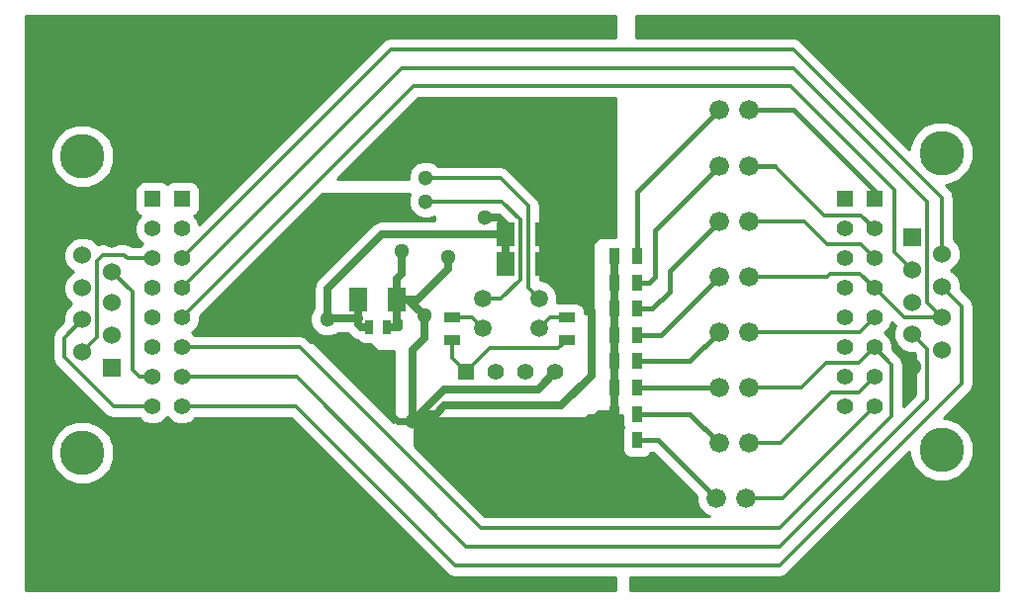
<source format=gtl>
G04 (created by PCBNEW (2013-jul-07)-stable) date śro, 10 cze 2015, 22:30:10*
%MOIN*%
G04 Gerber Fmt 3.4, Leading zero omitted, Abs format*
%FSLAX34Y34*%
G01*
G70*
G90*
G04 APERTURE LIST*
%ADD10C,0.00590551*%
%ADD11C,0.15*%
%ADD12R,0.06X0.06*%
%ADD13C,0.06*%
%ADD14R,0.06X0.08*%
%ADD15R,0.035X0.055*%
%ADD16R,0.055X0.035*%
%ADD17R,0.025X0.045*%
%ADD18C,0.066*%
%ADD19R,0.055X0.055*%
%ADD20C,0.055*%
%ADD21C,0.0590551*%
%ADD22R,0.0590551X0.0590551*%
%ADD23C,0.0511811*%
%ADD24C,0.014*%
%ADD25C,0.018*%
%ADD26C,0.024*%
%ADD27C,0.028*%
%ADD28C,0.01*%
G04 APERTURE END LIST*
G54D10*
G54D11*
X49106Y-43435D03*
X49106Y-33435D03*
G54D12*
X50106Y-40585D03*
G54D13*
X50106Y-39485D03*
X50106Y-38385D03*
X50106Y-37335D03*
X50106Y-36235D03*
X49106Y-36785D03*
X49106Y-37885D03*
X49106Y-38935D03*
X49106Y-40035D03*
G54D11*
X78059Y-33335D03*
X78059Y-43335D03*
G54D12*
X77059Y-36185D03*
G54D13*
X77059Y-37285D03*
X77059Y-38385D03*
X77059Y-39435D03*
X77059Y-40535D03*
X78059Y-39985D03*
X78059Y-38885D03*
X78059Y-37835D03*
X78059Y-36735D03*
G54D14*
X63365Y-36062D03*
X64665Y-36062D03*
X58405Y-38267D03*
X59705Y-38267D03*
G54D15*
X67796Y-41240D03*
X67046Y-41240D03*
X67796Y-36811D03*
X67046Y-36811D03*
X67796Y-40354D03*
X67046Y-40354D03*
X67796Y-43011D03*
X67046Y-43011D03*
X67796Y-39468D03*
X67046Y-39468D03*
X67796Y-42125D03*
X67046Y-42125D03*
X67796Y-38582D03*
X67046Y-38582D03*
X67796Y-37696D03*
X67046Y-37696D03*
G54D16*
X61574Y-39626D03*
X61574Y-38876D03*
X65433Y-39626D03*
X65433Y-38876D03*
G54D17*
X59355Y-39212D03*
X58755Y-39212D03*
G54D18*
X70562Y-41240D03*
X71562Y-41240D03*
X70562Y-39370D03*
X71562Y-39370D03*
X70464Y-44980D03*
X71464Y-44980D03*
X70562Y-37500D03*
X71562Y-37500D03*
X70562Y-43110D03*
X71562Y-43110D03*
X70562Y-35629D03*
X71562Y-35629D03*
X70562Y-33759D03*
X71562Y-33759D03*
X70562Y-31889D03*
X71562Y-31889D03*
G54D19*
X74803Y-34885D03*
G54D20*
X74803Y-35885D03*
X74803Y-36885D03*
X74803Y-37885D03*
X74803Y-38885D03*
X74803Y-39885D03*
X74803Y-40885D03*
X74803Y-41885D03*
G54D19*
X51476Y-34885D03*
G54D20*
X51476Y-35885D03*
X51476Y-36885D03*
X51476Y-37885D03*
X51476Y-38885D03*
X51476Y-39885D03*
X51476Y-40885D03*
X51476Y-41885D03*
G54D19*
X75787Y-34885D03*
G54D20*
X75787Y-35885D03*
X75787Y-36885D03*
X75787Y-37885D03*
X75787Y-38885D03*
X75787Y-39885D03*
X75787Y-40885D03*
X75787Y-41885D03*
G54D19*
X62043Y-40708D03*
G54D20*
X63043Y-40708D03*
X64043Y-40708D03*
X65043Y-40708D03*
G54D19*
X52460Y-34885D03*
G54D20*
X52460Y-35885D03*
X52460Y-36885D03*
X52460Y-37885D03*
X52460Y-38885D03*
X52460Y-39885D03*
X52460Y-40885D03*
X52460Y-41885D03*
G54D14*
X63365Y-37086D03*
X64665Y-37086D03*
G54D21*
X64488Y-39240D03*
X64488Y-38240D03*
X62598Y-39240D03*
X62598Y-38240D03*
G54D22*
X52755Y-32874D03*
X52165Y-43897D03*
X58070Y-29330D03*
X47834Y-36811D03*
X75984Y-45472D03*
X75196Y-30708D03*
G54D23*
X60669Y-34173D03*
X60669Y-34960D03*
X54173Y-39173D03*
X64881Y-35196D03*
X66771Y-34251D03*
X60236Y-42362D03*
X60629Y-38818D03*
X59881Y-36653D03*
X61417Y-36850D03*
X62677Y-35511D03*
X57362Y-38937D03*
G54D24*
X52460Y-37885D02*
X52468Y-37885D01*
X52468Y-37885D02*
X59881Y-30472D01*
X77559Y-35354D02*
X77559Y-38385D01*
X78059Y-38885D02*
X77559Y-38385D01*
X77559Y-34960D02*
X77559Y-35354D01*
X73070Y-30472D02*
X77559Y-34960D01*
X73070Y-30472D02*
X59881Y-30472D01*
X75787Y-37885D02*
X76787Y-38885D01*
X76787Y-38885D02*
X78059Y-38885D01*
X71562Y-37500D02*
X74212Y-37500D01*
X75303Y-37401D02*
X75787Y-37885D01*
X74311Y-37401D02*
X75303Y-37401D01*
X74212Y-37500D02*
X74311Y-37401D01*
G54D25*
X71562Y-33759D02*
X72440Y-33759D01*
G54D24*
X75334Y-35433D02*
X75787Y-35885D01*
X74114Y-35433D02*
X75334Y-35433D01*
X72440Y-33759D02*
X74114Y-35433D01*
X52460Y-36885D02*
X52460Y-36870D01*
X78059Y-34830D02*
X78059Y-36735D01*
X73070Y-29842D02*
X78059Y-34830D01*
X73070Y-29842D02*
X59488Y-29842D01*
X52460Y-36870D02*
X59488Y-29842D01*
X52444Y-36885D02*
X52460Y-36885D01*
X71562Y-35629D02*
X73425Y-35629D01*
X75318Y-36417D02*
X75787Y-36885D01*
X74212Y-36417D02*
X75318Y-36417D01*
X73425Y-35629D02*
X74212Y-36417D01*
X51476Y-36885D02*
X50625Y-36885D01*
X49606Y-39535D02*
X49106Y-40035D01*
X49606Y-36968D02*
X49606Y-39535D01*
X49803Y-36771D02*
X49606Y-36968D01*
X50511Y-36771D02*
X49803Y-36771D01*
X50625Y-36885D02*
X50511Y-36771D01*
X72598Y-46614D02*
X77559Y-41653D01*
X56318Y-40885D02*
X62047Y-46614D01*
X62047Y-46614D02*
X72598Y-46614D01*
X77559Y-41653D02*
X77559Y-39935D01*
X77059Y-39435D02*
X77559Y-39935D01*
X56318Y-40885D02*
X52460Y-40885D01*
X71562Y-43110D02*
X72637Y-43110D01*
X75255Y-41417D02*
X75787Y-40885D01*
X74330Y-41417D02*
X75255Y-41417D01*
X72637Y-43110D02*
X74330Y-41417D01*
X51476Y-40885D02*
X51043Y-40885D01*
X50787Y-38016D02*
X50106Y-37335D01*
X50787Y-40629D02*
X50787Y-38016D01*
X51043Y-40885D02*
X50787Y-40629D01*
G54D25*
X71562Y-31889D02*
X73070Y-31889D01*
X75787Y-34606D02*
X75787Y-34885D01*
X73070Y-31889D02*
X75787Y-34606D01*
G54D24*
X52460Y-41885D02*
X56295Y-41885D01*
X78740Y-38516D02*
X78059Y-37835D01*
X78740Y-41102D02*
X78740Y-38516D01*
X72598Y-47244D02*
X78740Y-41102D01*
X61653Y-47244D02*
X72598Y-47244D01*
X56295Y-41885D02*
X61653Y-47244D01*
X71464Y-44980D02*
X72692Y-44980D01*
X72692Y-44980D02*
X75787Y-41885D01*
X49106Y-38935D02*
X48484Y-39557D01*
X50153Y-41885D02*
X51476Y-41885D01*
X48484Y-40216D02*
X50153Y-41885D01*
X48484Y-39557D02*
X48484Y-40216D01*
X60669Y-34173D02*
X63188Y-34173D01*
X64133Y-37885D02*
X64488Y-38240D01*
X64133Y-35118D02*
X64133Y-37885D01*
X63188Y-34173D02*
X64133Y-35118D01*
X52460Y-38885D02*
X52460Y-38877D01*
X76456Y-34566D02*
X76456Y-36683D01*
X73346Y-31456D02*
X76456Y-34566D01*
X76456Y-36683D02*
X77059Y-37285D01*
X72952Y-31062D02*
X73346Y-31456D01*
X72952Y-31062D02*
X60275Y-31062D01*
X52460Y-38877D02*
X60275Y-31062D01*
X52452Y-38885D02*
X52460Y-38885D01*
X71562Y-39370D02*
X75303Y-39370D01*
X75303Y-39370D02*
X75787Y-38885D01*
X60669Y-34960D02*
X63228Y-34960D01*
X63216Y-38240D02*
X62598Y-38240D01*
X63858Y-37598D02*
X63216Y-38240D01*
X63858Y-35590D02*
X63858Y-37598D01*
X63228Y-34960D02*
X63858Y-35590D01*
X62519Y-45984D02*
X72598Y-45984D01*
X56421Y-39885D02*
X62519Y-45984D01*
X72598Y-45984D02*
X76377Y-42204D01*
X76377Y-42204D02*
X76377Y-40476D01*
X75787Y-39885D02*
X76377Y-40476D01*
X56421Y-39885D02*
X52460Y-39885D01*
X71562Y-41240D02*
X73326Y-41240D01*
X75279Y-40393D02*
X75787Y-39885D01*
X74173Y-40393D02*
X75279Y-40393D01*
X73326Y-41240D02*
X74173Y-40393D01*
G54D26*
X60236Y-42362D02*
X59724Y-42362D01*
X56535Y-39173D02*
X54173Y-39173D01*
X59724Y-42362D02*
X56535Y-39173D01*
G54D27*
X64665Y-37086D02*
X66259Y-38680D01*
X60472Y-42125D02*
X60236Y-42362D01*
X61023Y-42125D02*
X60472Y-42125D01*
X61299Y-41850D02*
X61023Y-42125D01*
X65236Y-41850D02*
X61299Y-41850D01*
X66259Y-40826D02*
X65236Y-41850D01*
X66259Y-38680D02*
X66259Y-40826D01*
X64665Y-36062D02*
X64665Y-37086D01*
X65043Y-40708D02*
X64452Y-41299D01*
X64452Y-41299D02*
X61299Y-41299D01*
X61299Y-41299D02*
X60236Y-42362D01*
X60551Y-42362D02*
X60236Y-42362D01*
X60236Y-42362D02*
X60236Y-39960D01*
X60236Y-39960D02*
X60629Y-39566D01*
X60629Y-39566D02*
X60629Y-38818D01*
X65043Y-42362D02*
X65078Y-42362D01*
X60236Y-42362D02*
X65078Y-42362D01*
X65078Y-42362D02*
X66299Y-42362D01*
X66535Y-42125D02*
X67046Y-42125D01*
X66299Y-42362D02*
X66535Y-42125D01*
X67046Y-40354D02*
X67046Y-41240D01*
X67046Y-41240D02*
X67046Y-42125D01*
X67046Y-42125D02*
X67046Y-43011D01*
X67046Y-39468D02*
X67046Y-40354D01*
X67046Y-38582D02*
X67046Y-39468D01*
X67046Y-37696D02*
X67046Y-38582D01*
X67046Y-36811D02*
X67046Y-37696D01*
X64665Y-36062D02*
X64665Y-35412D01*
X64665Y-35412D02*
X64881Y-35196D01*
X64960Y-36062D02*
X64665Y-36062D01*
X66771Y-34251D02*
X64960Y-36062D01*
X59705Y-37578D02*
X59705Y-38267D01*
X59881Y-37401D02*
X59705Y-37578D01*
X59881Y-36653D02*
X59881Y-37401D01*
X60078Y-38267D02*
X60629Y-38818D01*
X60078Y-38267D02*
X60393Y-38267D01*
X59705Y-38267D02*
X60078Y-38267D01*
X60393Y-38267D02*
X61417Y-37244D01*
X61417Y-37244D02*
X61417Y-36850D01*
X59355Y-39212D02*
X59763Y-39212D01*
X59705Y-38996D02*
X59705Y-38267D01*
X59763Y-39212D02*
X59763Y-39055D01*
X59763Y-39055D02*
X59705Y-38996D01*
G54D24*
X65433Y-38876D02*
X64851Y-38876D01*
X64851Y-38876D02*
X64488Y-39240D01*
X61574Y-38876D02*
X62235Y-38876D01*
X62235Y-38876D02*
X62598Y-39240D01*
G54D25*
X67796Y-43011D02*
X68496Y-43011D01*
X68496Y-43011D02*
X70464Y-44980D01*
X70562Y-39370D02*
X69578Y-40354D01*
X69578Y-40354D02*
X67796Y-40354D01*
X70562Y-41240D02*
X67796Y-41240D01*
X70562Y-37500D02*
X70562Y-37507D01*
X68602Y-39468D02*
X67796Y-39468D01*
X70562Y-37507D02*
X68602Y-39468D01*
X70562Y-31889D02*
X67796Y-34656D01*
X67796Y-34656D02*
X67796Y-36811D01*
X70562Y-33759D02*
X70562Y-33767D01*
X68208Y-37696D02*
X67796Y-37696D01*
X68405Y-37500D02*
X68208Y-37696D01*
X68405Y-35925D02*
X68405Y-37500D01*
X70562Y-33767D02*
X68405Y-35925D01*
X70562Y-35629D02*
X70562Y-35637D01*
X68307Y-38582D02*
X67796Y-38582D01*
X68897Y-37992D02*
X68307Y-38582D01*
X68897Y-37303D02*
X68897Y-37992D01*
X70562Y-35637D02*
X68897Y-37303D01*
X67796Y-42125D02*
X69578Y-42125D01*
X69578Y-42125D02*
X70562Y-43110D01*
G54D27*
X63365Y-37086D02*
X63365Y-36062D01*
G54D24*
X65433Y-39626D02*
X65138Y-39921D01*
X62830Y-39921D02*
X62043Y-40708D01*
X65138Y-39921D02*
X62830Y-39921D01*
X61574Y-39626D02*
X61574Y-40240D01*
X61574Y-40240D02*
X62043Y-40708D01*
G54D27*
X62677Y-35511D02*
X63149Y-35511D01*
X63149Y-35511D02*
X63365Y-35727D01*
X63365Y-36062D02*
X63365Y-35727D01*
X57362Y-38937D02*
X57362Y-37913D01*
X59212Y-36062D02*
X63365Y-36062D01*
X57362Y-37913D02*
X59212Y-36062D01*
X58405Y-38877D02*
X58405Y-39113D01*
X58503Y-39212D02*
X58755Y-39212D01*
X58405Y-39113D02*
X58503Y-39212D01*
X58405Y-38267D02*
X58405Y-38877D01*
X58425Y-38897D02*
X58405Y-38877D01*
X57401Y-38897D02*
X58425Y-38897D01*
X57401Y-38897D02*
X57362Y-38937D01*
G54D10*
G36*
X67075Y-48070D02*
X50182Y-48070D01*
X50182Y-43222D01*
X50018Y-42827D01*
X49716Y-42524D01*
X49321Y-42360D01*
X48893Y-42360D01*
X48497Y-42523D01*
X48194Y-42825D01*
X48030Y-43220D01*
X48030Y-43648D01*
X48193Y-44044D01*
X48496Y-44347D01*
X48891Y-44511D01*
X49319Y-44511D01*
X49714Y-44348D01*
X50017Y-44045D01*
X50181Y-43650D01*
X50182Y-43222D01*
X50182Y-48070D01*
X47205Y-48070D01*
X47205Y-28701D01*
X67075Y-28701D01*
X67075Y-29446D01*
X59488Y-29446D01*
X59336Y-29477D01*
X59208Y-29562D01*
X53044Y-35726D01*
X52970Y-35546D01*
X52878Y-35454D01*
X52919Y-35437D01*
X53011Y-35345D01*
X53061Y-35225D01*
X53061Y-35096D01*
X53061Y-34546D01*
X53011Y-34426D01*
X52920Y-34334D01*
X52800Y-34285D01*
X52671Y-34285D01*
X52121Y-34285D01*
X52001Y-34334D01*
X51968Y-34367D01*
X51936Y-34334D01*
X51816Y-34285D01*
X51686Y-34285D01*
X51136Y-34285D01*
X51017Y-34334D01*
X50925Y-34426D01*
X50875Y-34545D01*
X50875Y-34675D01*
X50875Y-35225D01*
X50925Y-35345D01*
X51016Y-35436D01*
X51058Y-35454D01*
X50967Y-35545D01*
X50875Y-35765D01*
X50875Y-36004D01*
X50966Y-36225D01*
X51127Y-36385D01*
X51022Y-36490D01*
X50789Y-36490D01*
X50663Y-36406D01*
X50511Y-36376D01*
X50182Y-36376D01*
X50182Y-33222D01*
X50018Y-32827D01*
X49716Y-32524D01*
X49321Y-32360D01*
X48893Y-32360D01*
X48497Y-32523D01*
X48194Y-32825D01*
X48030Y-33220D01*
X48030Y-33648D01*
X48193Y-34044D01*
X48496Y-34347D01*
X48891Y-34511D01*
X49319Y-34511D01*
X49714Y-34348D01*
X50017Y-34045D01*
X50181Y-33650D01*
X50182Y-33222D01*
X50182Y-36376D01*
X49803Y-36376D01*
X49803Y-36376D01*
X49773Y-36382D01*
X49651Y-36406D01*
X49627Y-36422D01*
X49461Y-36255D01*
X49231Y-36160D01*
X48982Y-36160D01*
X48752Y-36255D01*
X48576Y-36430D01*
X48480Y-36660D01*
X48480Y-36909D01*
X48575Y-37139D01*
X48751Y-37315D01*
X48799Y-37335D01*
X48752Y-37355D01*
X48576Y-37530D01*
X48480Y-37760D01*
X48480Y-38009D01*
X48575Y-38239D01*
X48746Y-38410D01*
X48576Y-38580D01*
X48480Y-38810D01*
X48480Y-39002D01*
X48204Y-39278D01*
X48118Y-39406D01*
X48088Y-39557D01*
X48088Y-40216D01*
X48118Y-40367D01*
X48204Y-40496D01*
X49873Y-42165D01*
X50002Y-42251D01*
X50002Y-42251D01*
X50153Y-42281D01*
X51022Y-42281D01*
X51135Y-42394D01*
X51356Y-42486D01*
X51595Y-42486D01*
X51816Y-42395D01*
X51968Y-42243D01*
X52119Y-42394D01*
X52340Y-42486D01*
X52579Y-42486D01*
X52800Y-42395D01*
X52914Y-42281D01*
X56131Y-42281D01*
X61373Y-47523D01*
X61373Y-47523D01*
X61502Y-47609D01*
X61502Y-47609D01*
X61653Y-47639D01*
X67075Y-47639D01*
X67075Y-48070D01*
X67075Y-48070D01*
G37*
G54D28*
X67075Y-48070D02*
X50182Y-48070D01*
X50182Y-43222D01*
X50018Y-42827D01*
X49716Y-42524D01*
X49321Y-42360D01*
X48893Y-42360D01*
X48497Y-42523D01*
X48194Y-42825D01*
X48030Y-43220D01*
X48030Y-43648D01*
X48193Y-44044D01*
X48496Y-44347D01*
X48891Y-44511D01*
X49319Y-44511D01*
X49714Y-44348D01*
X50017Y-44045D01*
X50181Y-43650D01*
X50182Y-43222D01*
X50182Y-48070D01*
X47205Y-48070D01*
X47205Y-28701D01*
X67075Y-28701D01*
X67075Y-29446D01*
X59488Y-29446D01*
X59336Y-29477D01*
X59208Y-29562D01*
X53044Y-35726D01*
X52970Y-35546D01*
X52878Y-35454D01*
X52919Y-35437D01*
X53011Y-35345D01*
X53061Y-35225D01*
X53061Y-35096D01*
X53061Y-34546D01*
X53011Y-34426D01*
X52920Y-34334D01*
X52800Y-34285D01*
X52671Y-34285D01*
X52121Y-34285D01*
X52001Y-34334D01*
X51968Y-34367D01*
X51936Y-34334D01*
X51816Y-34285D01*
X51686Y-34285D01*
X51136Y-34285D01*
X51017Y-34334D01*
X50925Y-34426D01*
X50875Y-34545D01*
X50875Y-34675D01*
X50875Y-35225D01*
X50925Y-35345D01*
X51016Y-35436D01*
X51058Y-35454D01*
X50967Y-35545D01*
X50875Y-35765D01*
X50875Y-36004D01*
X50966Y-36225D01*
X51127Y-36385D01*
X51022Y-36490D01*
X50789Y-36490D01*
X50663Y-36406D01*
X50511Y-36376D01*
X50182Y-36376D01*
X50182Y-33222D01*
X50018Y-32827D01*
X49716Y-32524D01*
X49321Y-32360D01*
X48893Y-32360D01*
X48497Y-32523D01*
X48194Y-32825D01*
X48030Y-33220D01*
X48030Y-33648D01*
X48193Y-34044D01*
X48496Y-34347D01*
X48891Y-34511D01*
X49319Y-34511D01*
X49714Y-34348D01*
X50017Y-34045D01*
X50181Y-33650D01*
X50182Y-33222D01*
X50182Y-36376D01*
X49803Y-36376D01*
X49803Y-36376D01*
X49773Y-36382D01*
X49651Y-36406D01*
X49627Y-36422D01*
X49461Y-36255D01*
X49231Y-36160D01*
X48982Y-36160D01*
X48752Y-36255D01*
X48576Y-36430D01*
X48480Y-36660D01*
X48480Y-36909D01*
X48575Y-37139D01*
X48751Y-37315D01*
X48799Y-37335D01*
X48752Y-37355D01*
X48576Y-37530D01*
X48480Y-37760D01*
X48480Y-38009D01*
X48575Y-38239D01*
X48746Y-38410D01*
X48576Y-38580D01*
X48480Y-38810D01*
X48480Y-39002D01*
X48204Y-39278D01*
X48118Y-39406D01*
X48088Y-39557D01*
X48088Y-40216D01*
X48118Y-40367D01*
X48204Y-40496D01*
X49873Y-42165D01*
X50002Y-42251D01*
X50002Y-42251D01*
X50153Y-42281D01*
X51022Y-42281D01*
X51135Y-42394D01*
X51356Y-42486D01*
X51595Y-42486D01*
X51816Y-42395D01*
X51968Y-42243D01*
X52119Y-42394D01*
X52340Y-42486D01*
X52579Y-42486D01*
X52800Y-42395D01*
X52914Y-42281D01*
X56131Y-42281D01*
X61373Y-47523D01*
X61373Y-47523D01*
X61502Y-47609D01*
X61502Y-47609D01*
X61653Y-47639D01*
X67075Y-47639D01*
X67075Y-48070D01*
G54D10*
G36*
X70220Y-45588D02*
X62683Y-45588D01*
X60286Y-43191D01*
X60286Y-42519D01*
X60286Y-42372D01*
X65965Y-42372D01*
X66162Y-42175D01*
X67295Y-42175D01*
X67295Y-42465D01*
X67338Y-42569D01*
X67295Y-42671D01*
X67295Y-42801D01*
X67295Y-43351D01*
X67345Y-43471D01*
X67436Y-43562D01*
X67556Y-43612D01*
X67685Y-43612D01*
X68035Y-43612D01*
X68155Y-43562D01*
X68247Y-43471D01*
X68265Y-43427D01*
X68323Y-43427D01*
X69809Y-44912D01*
X69808Y-45110D01*
X69908Y-45351D01*
X70092Y-45535D01*
X70220Y-45588D01*
X70220Y-45588D01*
G37*
G54D28*
X70220Y-45588D02*
X62683Y-45588D01*
X60286Y-43191D01*
X60286Y-42519D01*
X60286Y-42372D01*
X65965Y-42372D01*
X66162Y-42175D01*
X67295Y-42175D01*
X67295Y-42465D01*
X67338Y-42569D01*
X67295Y-42671D01*
X67295Y-42801D01*
X67295Y-43351D01*
X67345Y-43471D01*
X67436Y-43562D01*
X67556Y-43612D01*
X67685Y-43612D01*
X68035Y-43612D01*
X68155Y-43562D01*
X68247Y-43471D01*
X68265Y-43427D01*
X68323Y-43427D01*
X69809Y-44912D01*
X69808Y-45110D01*
X69908Y-45351D01*
X70092Y-45535D01*
X70220Y-45588D01*
G54D10*
G36*
X77163Y-41489D02*
X76773Y-41879D01*
X76773Y-40476D01*
X76743Y-40324D01*
X76743Y-40324D01*
X76657Y-40196D01*
X76387Y-39926D01*
X76388Y-39766D01*
X76296Y-39546D01*
X76136Y-39385D01*
X76296Y-39226D01*
X76376Y-39034D01*
X76497Y-39155D01*
X76433Y-39310D01*
X76433Y-39559D01*
X76528Y-39789D01*
X76704Y-39965D01*
X76934Y-40061D01*
X77125Y-40061D01*
X77163Y-40099D01*
X77163Y-41489D01*
X77163Y-41489D01*
G37*
G54D28*
X77163Y-41489D02*
X76773Y-41879D01*
X76773Y-40476D01*
X76743Y-40324D01*
X76743Y-40324D01*
X76657Y-40196D01*
X76387Y-39926D01*
X76388Y-39766D01*
X76296Y-39546D01*
X76136Y-39385D01*
X76296Y-39226D01*
X76376Y-39034D01*
X76497Y-39155D01*
X76433Y-39310D01*
X76433Y-39559D01*
X76528Y-39789D01*
X76704Y-39965D01*
X76934Y-40061D01*
X77125Y-40061D01*
X77163Y-40099D01*
X77163Y-41489D01*
G54D10*
G36*
X79959Y-48070D02*
X67569Y-48070D01*
X67569Y-47639D01*
X72598Y-47639D01*
X72749Y-47609D01*
X72878Y-47523D01*
X76983Y-43418D01*
X76983Y-43548D01*
X77146Y-43944D01*
X77448Y-44247D01*
X77844Y-44411D01*
X78272Y-44411D01*
X78667Y-44248D01*
X78970Y-43945D01*
X79134Y-43550D01*
X79134Y-43122D01*
X78971Y-42727D01*
X78669Y-42424D01*
X78273Y-42260D01*
X78141Y-42260D01*
X79019Y-41382D01*
X79019Y-41382D01*
X79019Y-41382D01*
X79105Y-41253D01*
X79105Y-41253D01*
X79135Y-41102D01*
X79135Y-38516D01*
X79105Y-38365D01*
X79105Y-38365D01*
X79019Y-38237D01*
X78684Y-37901D01*
X78684Y-37711D01*
X78589Y-37481D01*
X78413Y-37305D01*
X78365Y-37285D01*
X78412Y-37266D01*
X78589Y-37090D01*
X78684Y-36860D01*
X78684Y-36611D01*
X78589Y-36381D01*
X78454Y-36246D01*
X78454Y-34830D01*
X78454Y-34830D01*
X78454Y-34830D01*
X78448Y-34800D01*
X78424Y-34679D01*
X78424Y-34679D01*
X78338Y-34550D01*
X78338Y-34550D01*
X78199Y-34411D01*
X78272Y-34411D01*
X78667Y-34248D01*
X78970Y-33945D01*
X79134Y-33550D01*
X79134Y-33122D01*
X78971Y-32727D01*
X78669Y-32424D01*
X78273Y-32260D01*
X77846Y-32260D01*
X77450Y-32423D01*
X77147Y-32725D01*
X76983Y-33120D01*
X76983Y-33195D01*
X73350Y-29562D01*
X73222Y-29477D01*
X73070Y-29446D01*
X67754Y-29446D01*
X67762Y-28701D01*
X79959Y-28701D01*
X79959Y-48070D01*
X79959Y-48070D01*
G37*
G54D28*
X79959Y-48070D02*
X67569Y-48070D01*
X67569Y-47639D01*
X72598Y-47639D01*
X72749Y-47609D01*
X72878Y-47523D01*
X76983Y-43418D01*
X76983Y-43548D01*
X77146Y-43944D01*
X77448Y-44247D01*
X77844Y-44411D01*
X78272Y-44411D01*
X78667Y-44248D01*
X78970Y-43945D01*
X79134Y-43550D01*
X79134Y-43122D01*
X78971Y-42727D01*
X78669Y-42424D01*
X78273Y-42260D01*
X78141Y-42260D01*
X79019Y-41382D01*
X79019Y-41382D01*
X79019Y-41382D01*
X79105Y-41253D01*
X79105Y-41253D01*
X79135Y-41102D01*
X79135Y-38516D01*
X79105Y-38365D01*
X79105Y-38365D01*
X79019Y-38237D01*
X78684Y-37901D01*
X78684Y-37711D01*
X78589Y-37481D01*
X78413Y-37305D01*
X78365Y-37285D01*
X78412Y-37266D01*
X78589Y-37090D01*
X78684Y-36860D01*
X78684Y-36611D01*
X78589Y-36381D01*
X78454Y-36246D01*
X78454Y-34830D01*
X78454Y-34830D01*
X78454Y-34830D01*
X78448Y-34800D01*
X78424Y-34679D01*
X78424Y-34679D01*
X78338Y-34550D01*
X78338Y-34550D01*
X78199Y-34411D01*
X78272Y-34411D01*
X78667Y-34248D01*
X78970Y-33945D01*
X79134Y-33550D01*
X79134Y-33122D01*
X78971Y-32727D01*
X78669Y-32424D01*
X78273Y-32260D01*
X77846Y-32260D01*
X77450Y-32423D01*
X77147Y-32725D01*
X76983Y-33120D01*
X76983Y-33195D01*
X73350Y-29562D01*
X73222Y-29477D01*
X73070Y-29446D01*
X67754Y-29446D01*
X67762Y-28701D01*
X79959Y-28701D01*
X79959Y-48070D01*
G54D10*
G36*
X67075Y-36170D02*
X66514Y-36170D01*
X66288Y-36396D01*
X66288Y-38729D01*
X66033Y-38729D01*
X66033Y-38637D01*
X65984Y-38517D01*
X65892Y-38426D01*
X65773Y-38376D01*
X65643Y-38376D01*
X65103Y-38376D01*
X65108Y-38364D01*
X65109Y-38117D01*
X65014Y-37888D01*
X64840Y-37714D01*
X64612Y-37619D01*
X64529Y-37619D01*
X64529Y-35118D01*
X64499Y-34966D01*
X64499Y-34966D01*
X64413Y-34838D01*
X63468Y-33893D01*
X63340Y-33807D01*
X63188Y-33777D01*
X61096Y-33777D01*
X60999Y-33680D01*
X60785Y-33591D01*
X60554Y-33591D01*
X60340Y-33679D01*
X60176Y-33843D01*
X60087Y-34057D01*
X60087Y-34201D01*
X57696Y-34201D01*
X60439Y-31458D01*
X67075Y-31458D01*
X67075Y-36170D01*
X67075Y-36170D01*
G37*
G54D28*
X67075Y-36170D02*
X66514Y-36170D01*
X66288Y-36396D01*
X66288Y-38729D01*
X66033Y-38729D01*
X66033Y-38637D01*
X65984Y-38517D01*
X65892Y-38426D01*
X65773Y-38376D01*
X65643Y-38376D01*
X65103Y-38376D01*
X65108Y-38364D01*
X65109Y-38117D01*
X65014Y-37888D01*
X64840Y-37714D01*
X64612Y-37619D01*
X64529Y-37619D01*
X64529Y-35118D01*
X64499Y-34966D01*
X64499Y-34966D01*
X64413Y-34838D01*
X63468Y-33893D01*
X63340Y-33807D01*
X63188Y-33777D01*
X61096Y-33777D01*
X60999Y-33680D01*
X60785Y-33591D01*
X60554Y-33591D01*
X60340Y-33679D01*
X60176Y-33843D01*
X60087Y-34057D01*
X60087Y-34201D01*
X57696Y-34201D01*
X60439Y-31458D01*
X67075Y-31458D01*
X67075Y-36170D01*
G54D10*
G36*
X60973Y-35597D02*
X59212Y-35597D01*
X59034Y-35632D01*
X58984Y-35666D01*
X58883Y-35733D01*
X57032Y-37584D01*
X56932Y-37735D01*
X56926Y-37764D01*
X56896Y-37913D01*
X56896Y-38580D01*
X56869Y-38607D01*
X56780Y-38820D01*
X56780Y-39052D01*
X56868Y-39265D01*
X57032Y-39429D01*
X57246Y-39518D01*
X57477Y-39518D01*
X57691Y-39430D01*
X57701Y-39420D01*
X58060Y-39420D01*
X58075Y-39443D01*
X58174Y-39541D01*
X58174Y-39541D01*
X58275Y-39609D01*
X58325Y-39642D01*
X58325Y-39642D01*
X58387Y-39654D01*
X58445Y-39713D01*
X58565Y-39763D01*
X58694Y-39763D01*
X58808Y-39763D01*
X58808Y-39784D01*
X59034Y-40010D01*
X59595Y-40010D01*
X59595Y-42398D01*
X56910Y-39713D01*
X56808Y-39713D01*
X56700Y-39606D01*
X56572Y-39520D01*
X56421Y-39490D01*
X52914Y-39490D01*
X52809Y-39385D01*
X52969Y-39226D01*
X53061Y-39005D01*
X53061Y-38836D01*
X57202Y-34695D01*
X60149Y-34695D01*
X60087Y-34844D01*
X60087Y-35075D01*
X60176Y-35289D01*
X60339Y-35453D01*
X60553Y-35542D01*
X60784Y-35542D01*
X60973Y-35464D01*
X60973Y-35597D01*
X60973Y-35597D01*
G37*
G54D28*
X60973Y-35597D02*
X59212Y-35597D01*
X59034Y-35632D01*
X58984Y-35666D01*
X58883Y-35733D01*
X57032Y-37584D01*
X56932Y-37735D01*
X56926Y-37764D01*
X56896Y-37913D01*
X56896Y-38580D01*
X56869Y-38607D01*
X56780Y-38820D01*
X56780Y-39052D01*
X56868Y-39265D01*
X57032Y-39429D01*
X57246Y-39518D01*
X57477Y-39518D01*
X57691Y-39430D01*
X57701Y-39420D01*
X58060Y-39420D01*
X58075Y-39443D01*
X58174Y-39541D01*
X58174Y-39541D01*
X58275Y-39609D01*
X58325Y-39642D01*
X58325Y-39642D01*
X58387Y-39654D01*
X58445Y-39713D01*
X58565Y-39763D01*
X58694Y-39763D01*
X58808Y-39763D01*
X58808Y-39784D01*
X59034Y-40010D01*
X59595Y-40010D01*
X59595Y-42398D01*
X56910Y-39713D01*
X56808Y-39713D01*
X56700Y-39606D01*
X56572Y-39520D01*
X56421Y-39490D01*
X52914Y-39490D01*
X52809Y-39385D01*
X52969Y-39226D01*
X53061Y-39005D01*
X53061Y-38836D01*
X57202Y-34695D01*
X60149Y-34695D01*
X60087Y-34844D01*
X60087Y-35075D01*
X60176Y-35289D01*
X60339Y-35453D01*
X60553Y-35542D01*
X60784Y-35542D01*
X60973Y-35464D01*
X60973Y-35597D01*
M02*

</source>
